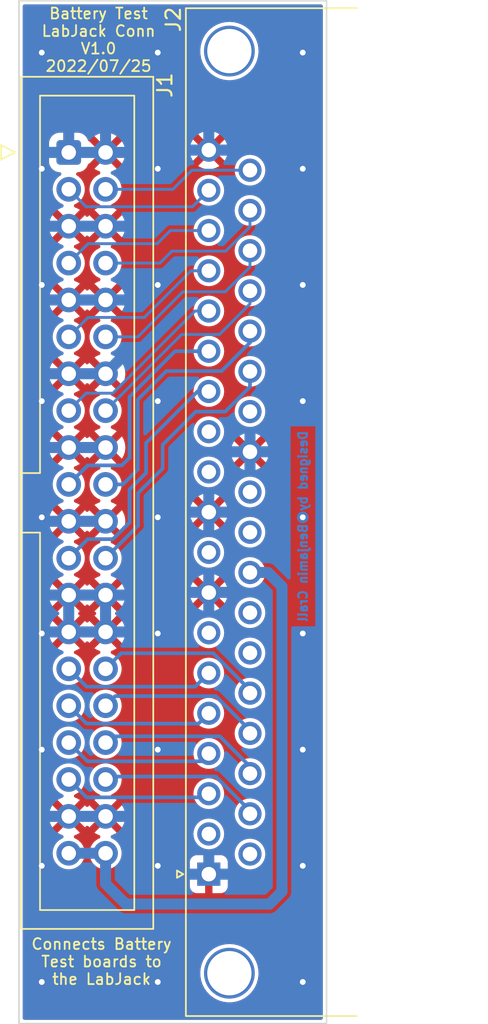
<source format=kicad_pcb>
(kicad_pcb (version 20211014) (generator pcbnew)
  (layers (0 "F.Cu" signal) (31 "B.Cu" signal) (34 "B.Paste" user) (35 "F.Paste" user) (36 "B.SilkS" user "B.Silkscreen") (37 "F.SilkS" user "F.Silkscreen") (38 "B.Mask" user) (39 "F.Mask" user) (44 "Edge.Cuts" user))
  (net 0 "")
  (net 1 "GND")
  (net 2 "batt_0-")
  (net 3 "batt_0+")
  (net 4 "batt_1-")
  (net 5 "batt_1+")
  (net 6 "batt_2-")
  (net 7 "batt_2+")
  (net 8 "batt_3-")
  (net 9 "batt_3+")
  (net 10 "batt_1t")
  (net 11 "batt_0t")
  (net 12 "batt_3t")
  (net 13 "batt_2t")
  (net 14 "bank_0m")
  (net 15 "bank_0c")
  (net 16 "bank_1m")
  (net 17 "bank_1c")
  (net 18 "bank_2m")
  (net 19 "bank_2c")
  (net 20 "bank_3m")
  (net 21 "bank_3c")
  (net 22 "+5V")
  (footprint "Connector_IDC:IDC-Header_2x20_P2.54mm_Vertical" (layer "F.Cu") (at 149.86 59.875)
    (fp_text reference "J1" (at 6.6294 -4.63 90) (layer "F.SilkS"))
    (fp_text value "connector")
    (fp_line (start -3.29 -5.21) (end 5.83 -5.21) (layer "F.SilkS") (width 0.12))
    (fp_line (start -4.68 0.5) (end -3.68 0) (layer "F.SilkS") (width 0.12))
    (fp_line (start 5.83 -5.21) (end 5.83 53.47) (layer "F.SilkS") (width 0.12))
    (fp_line (start -4.68 -0.5) (end -4.68 0.5) (layer "F.SilkS") (width 0.12))
    (fp_line (start -1.98 26.18) (end -1.98 26.18) (layer "F.SilkS") (width 0.12))
    (fp_line (start 4.52 52.17) (end -1.98 52.17) (layer "F.SilkS") (width 0.12))
    (fp_line (start 5.83 53.47) (end -3.29 53.47) (layer "F.SilkS") (width 0.12))
    (fp_line (start -3.29 22.08) (end -1.98 22.08) (layer "F.SilkS") (width 0.12))
    (fp_line (start -1.98 26.18) (end -3.29 26.18) (layer "F.SilkS") (width 0.12))
    (fp_line (start -3.68 0) (end -4.68 -0.5) (layer "F.SilkS") (width 0.12))
    (fp_line (start -1.98 52.17) (end -1.98 26.18) (layer "F.SilkS") (width 0.12))
    (fp_line (start -3.29 53.47) (end -3.29 -5.21) (layer "F.SilkS") (width 0.12))
    (fp_line (start -1.98 22.08) (end -1.98 -3.91) (layer "F.SilkS") (width 0.12))
    (fp_line (start 4.52 -3.91) (end 4.52 52.17) (layer "F.SilkS") (width 0.12))
    (fp_line (start -1.98 -3.91) (end 4.52 -3.91) (layer "F.SilkS") (width 0.12))
    (pad "1" thru_hole roundrect (at 0 0) (size 1.7 1.7) (drill 1) (layers *.Cu *.Mask) (roundrect_rratio 0.147059) (net 1 "GND"))
    (pad "2" thru_hole circle (at 2.54 0) (size 1.7 1.7) (drill 1) (layers *.Cu *.Mask) (net 1 "GND"))
    (pad "3" thru_hole circle (at 0 2.54) (size 1.7 1.7) (drill 1) (layers *.Cu *.Mask) (net 2 "batt_0-"))
    (pad "4" thru_hole circle (at 2.54 2.54) (size 1.7 1.7) (drill 1) (layers *.Cu *.Mask) (net 3 "batt_0+"))
    (pad "5" thru_hole circle (at 0 5.08) (size 1.7 1.7) (drill 1) (layers *.Cu *.Mask) (net 1 "GND"))
    (pad "6" thru_hole circle (at 2.54 5.08) (size 1.7 1.7) (drill 1) (layers *.Cu *.Mask) (net 1 "GND"))
    (pad "7" thru_hole circle (at 0 7.62) (size 1.7 1.7) (drill 1) (layers *.Cu *.Mask) (net 4 "batt_1-"))
    (pad "8" thru_hole circle (at 2.54 7.62) (size 1.7 1.7) (drill 1) (layers *.Cu *.Mask) (net 5 "batt_1+"))
    (pad "9" thru_hole circle (at 0 10.16) (size 1.7 1.7) (drill 1) (layers *.Cu *.Mask) (net 1 "GND"))
    (pad "10" thru_hole circle (at 2.54 10.16) (size 1.7 1.7) (drill 1) (layers *.Cu *.Mask) (net 1 "GND"))
    (pad "11" thru_hole circle (at 0 12.7) (size 1.7 1.7) (drill 1) (layers *.Cu *.Mask) (net 6 "batt_2-"))
    (pad "12" thru_hole circle (at 2.54 12.7) (size 1.7 1.7) (drill 1) (layers *.Cu *.Mask) (net 7 "batt_2+"))
    (pad "13" thru_hole circle (at 0 15.24) (size 1.7 1.7) (drill 1) (layers *.Cu *.Mask) (net 1 "GND"))
    (pad "14" thru_hole circle (at 2.54 15.24) (size 1.7 1.7) (drill 1) (layers *.Cu *.Mask) (net 1 "GND"))
    (pad "15" thru_hole circle (at 0 17.78) (size 1.7 1.7) (drill 1) (layers *.Cu *.Mask) (net 8 "batt_3-"))
    (pad "16" thru_hole circle (at 2.54 17.78) (size 1.7 1.7) (drill 1) (layers *.Cu *.Mask) (net 9 "batt_3+"))
    (pad "17" thru_hole circle (at 0 20.32) (size 1.7 1.7) (drill 1) (layers *.Cu *.Mask) (net 1 "GND"))
    (pad "18" thru_hole circle (at 2.54 20.32) (size 1.7 1.7) (drill 1) (layers *.Cu *.Mask) (net 1 "GND"))
    (pad "19" thru_hole circle (at 0 22.86) (size 1.7 1.7) (drill 1) (layers *.Cu *.Mask) (net 10 "batt_1t"))
    (pad "20" thru_hole circle (at 2.54 22.86) (size 1.7 1.7) (drill 1) (layers *.Cu *.Mask) (net 11 "batt_0t"))
    (pad "21" thru_hole circle (at 0 25.4) (size 1.7 1.7) (drill 1) (layers *.Cu *.Mask) (net 1 "GND"))
    (pad "22" thru_hole circle (at 2.54 25.4) (size 1.7 1.7) (drill 1) (layers *.Cu *.Mask) (net 1 "GND"))
    (pad "23" thru_hole circle (at 0 27.94) (size 1.7 1.7) (drill 1) (layers *.Cu *.Mask) (net 12 "batt_3t"))
    (pad "24" thru_hole circle (at 2.54 27.94) (size 1.7 1.7) (drill 1) (layers *.Cu *.Mask) (net 13 "batt_2t"))
    (pad "25" thru_hole circle (at 0 30.48) (size 1.7 1.7) (drill 1) (layers *.Cu *.Mask) (net 1 "GND"))
    (pad "26" thru_hole circle (at 2.54 30.48) (size 1.7 1.7) (drill 1) (layers *.Cu *.Mask) (net 1 "GND"))
    (pad "27" thru_hole circle (at 0 33.02) (size 1.7 1.7) (drill 1) (layers *.Cu *.Mask) (net 1 "GND"))
    (pad "28" thru_hole circle (at 2.54 33.02) (size 1.7 1.7) (drill 1) (layers *.Cu *.Mask) (net 1 "GND"))
    (pad "29" thru_hole circle (at 0 35.56) (size 1.7 1.7) (drill 1) (layers *.Cu *.Mask) (net 14 "bank_0m"))
    (pad "30" thru_hole circle (at 2.54 35.56) (size 1.7 1.7) (drill 1) (layers *.Cu *.Mask) (net 15 "bank_0c"))
    (pad "31" thru_hole circle (at 0 38.1) (size 1.7 1.7) (drill 1) (layers *.Cu *.Mask) (net 16 "bank_1m"))
    (pad "32" thru_hole circle (at 2.54 38.1) (size 1.7 1.7) (drill 1) (layers *.Cu *.Mask) (net 17 "bank_1c"))
    (pad "33" thru_hole circle (at 0 40.64) (size 1.7 1.7) (drill 1) (layers *.Cu *.Mask) (net 18 "bank_2m"))
    (pad "34" thru_hole circle (at 2.54 40.64) (size 1.7 1.7) (drill 1) (layers *.Cu *.Mask) (net 19 "bank_2c"))
    (pad "35" thru_hole circle (at 0 43.18) (size 1.7 1.7) (drill 1) (layers *.Cu *.Mask) (net 20 "bank_3m"))
    (pad "36" thru_hole circle (at 2.54 43.18) (size 1.7 1.7) (drill 1) (layers *.Cu *.Mask) (net 21 "bank_3c"))
    (pad "37" thru_hole circle (at 0 45.72) (size 1.7 1.7) (drill 1) (layers *.Cu *.Mask) (net 1 "GND"))
    (pad "38" thru_hole circle (at 2.54 45.72) (size 1.7 1.7) (drill 1) (layers *.Cu *.Mask) (net 1 "GND"))
    (pad "39" thru_hole circle (at 0 48.26) (size 1.7 1.7) (drill 1) (layers *.Cu *.Mask) (net 22 "+5V"))
    (pad "40" thru_hole circle (at 2.54 48.26) (size 1.7 1.7) (drill 1) (layers *.Cu *.Mask) (net 22 "+5V"))
  )
  (footprint "Connector_Dsub:DSUB-37_Male_Horizontal_P2.77x2.84mm_EdgePinOffset9.40mm" (layer "F.Cu") (at 159.519671 109.57499 90)
    (fp_text reference "J2" (at 58.85119 -2.446071 270) (layer "F.SilkS"))
    (fp_text value "DB37_Male")
    (fp_line (start 59.63 -1.58) (end 59.63 10.22) (layer "F.SilkS") (width 0.12))
    (fp_line (start -9.77 -1.58) (end -9.77 10.22) (layer "F.SilkS") (width 0.12))
    (fp_line (start -9.77 -1.58) (end 59.63 -1.58) (layer "F.SilkS") (width 0.12))
    (fp_line (start 0.25 -2.193013) (end 0 -1.76) (layer "F.SilkS") (width 0.12))
    (fp_line (start 0 -1.76) (end -0.25 -2.193013) (layer "F.SilkS") (width 0.12))
    (fp_line (start -0.25 -2.193013) (end 0.25 -2.193013) (layer "F.SilkS") (width 0.12))
    (pad "1" thru_hole rect (at 0 0 90) (size 1.6 1.6) (drill 1) (layers *.Cu *.Mask) (net 1 "GND"))
    (pad "2" thru_hole circle (at 2.77 0 90) (size 1.6 1.6) (drill 1) (layers *.Cu *.Mask))
    (pad "3" thru_hole circle (at 5.54 0 90) (size 1.6 1.6) (drill 1) (layers *.Cu *.Mask) (net 20 "bank_3m"))
    (pad "4" thru_hole circle (at 8.31 0 90) (size 1.6 1.6) (drill 1) (layers *.Cu *.Mask) (net 18 "bank_2m"))
    (pad "5" thru_hole circle (at 11.08 0 90) (size 1.6 1.6) (drill 1) (layers *.Cu *.Mask) (net 16 "bank_1m"))
    (pad "6" thru_hole circle (at 13.85 0 90) (size 1.6 1.6) (drill 1) (layers *.Cu *.Mask) (net 14 "bank_0m"))
    (pad "7" thru_hole circle (at 16.62 0 90) (size 1.6 1.6) (drill 1) (layers *.Cu *.Mask))
    (pad "8" thru_hole circle (at 19.39 0 90) (size 1.6 1.6) (drill 1) (layers *.Cu *.Mask) (net 1 "GND"))
    (pad "9" thru_hole circle (at 22.16 0 90) (size 1.6 1.6) (drill 1) (layers *.Cu *.Mask))
    (pad "10" thru_hole circle (at 24.93 0 90) (size 1.6 1.6) (drill 1) (layers *.Cu *.Mask) (net 1 "GND"))
    (pad "11" thru_hole circle (at 27.7 0 90) (size 1.6 1.6) (drill 1) (layers *.Cu *.Mask))
    (pad "12" thru_hole circle (at 30.47 0 90) (size 1.6 1.6) (drill 1) (layers *.Cu *.Mask))
    (pad "13" thru_hole circle (at 33.24 0 90) (size 1.6 1.6) (drill 1) (layers *.Cu *.Mask) (net 12 "batt_3t"))
    (pad "14" thru_hole circle (at 36.01 0 90) (size 1.6 1.6) (drill 1) (layers *.Cu *.Mask) (net 10 "batt_1t"))
    (pad "15" thru_hole circle (at 38.78 0 90) (size 1.6 1.6) (drill 1) (layers *.Cu *.Mask) (net 8 "batt_3-"))
    (pad "16" thru_hole circle (at 41.55 0 90) (size 1.6 1.6) (drill 1) (layers *.Cu *.Mask) (net 6 "batt_2-"))
    (pad "17" thru_hole circle (at 44.32 0 90) (size 1.6 1.6) (drill 1) (layers *.Cu *.Mask) (net 4 "batt_1-"))
    (pad "18" thru_hole circle (at 47.09 0 90) (size 1.6 1.6) (drill 1) (layers *.Cu *.Mask) (net 2 "batt_0-"))
    (pad "19" thru_hole circle (at 49.86 0 90) (size 1.6 1.6) (drill 1) (layers *.Cu *.Mask) (net 1 "GND"))
    (pad "20" thru_hole circle (at 1.385 2.84 90) (size 1.6 1.6) (drill 1) (layers *.Cu *.Mask))
    (pad "21" thru_hole circle (at 4.155 2.84 90) (size 1.6 1.6) (drill 1) (layers *.Cu *.Mask) (net 21 "bank_3c"))
    (pad "22" thru_hole circle (at 6.925 2.84 90) (size 1.6 1.6) (drill 1) (layers *.Cu *.Mask) (net 19 "bank_2c"))
    (pad "23" thru_hole circle (at 9.695 2.84 90) (size 1.6 1.6) (drill 1) (layers *.Cu *.Mask) (net 17 "bank_1c"))
    (pad "24" thru_hole circle (at 12.465 2.84 90) (size 1.6 1.6) (drill 1) (layers *.Cu *.Mask) (net 15 "bank_0c"))
    (pad "25" thru_hole circle (at 15.235 2.84 90) (size 1.6 1.6) (drill 1) (layers *.Cu *.Mask))
    (pad "26" thru_hole circle (at 18.005 2.84 90) (size 1.6 1.6) (drill 1) (layers *.Cu *.Mask))
    (pad "27" thru_hole circle (at 20.775 2.84 90) (size 1.6 1.6) (drill 1) (layers *.Cu *.Mask) (net 22 "+5V"))
    (pad "28" thru_hole circle (at 23.545 2.84 90) (size 1.6 1.6) (drill 1) (layers *.Cu *.Mask))
    (pad "29" thru_hole circle (at 26.315 2.84 90) (size 1.6 1.6) (drill 1) (layers *.Cu *.Mask))
    (pad "30" thru_hole circle (at 29.085 2.84 90) (size 1.6 1.6) (drill 1) (layers *.Cu *.Mask) (net 1 "GND"))
    (pad "31" thru_hole circle (at 31.855 2.84 90) (size 1.6 1.6) (drill 1) (layers *.Cu *.Mask))
    (pad "32" thru_hole circle (at 34.625 2.84 90) (size 1.6 1.6) (drill 1) (layers *.Cu *.Mask) (net 13 "batt_2t"))
    (pad "33" thru_hole circle (at 37.395 2.84 90) (size 1.6 1.6) (drill 1) (layers *.Cu *.Mask) (net 11 "batt_0t"))
    (pad "34" thru_hole circle (at 40.165 2.84 90) (size 1.6 1.6) (drill 1) (layers *.Cu *.Mask) (net 9 "batt_3+"))
    (pad "35" thru_hole circle (at 42.935 2.84 90) (size 1.6 1.6) (drill 1) (layers *.Cu *.Mask) (net 7 "batt_2+"))
    (pad "36" thru_hole circle (at 45.705 2.84 90) (size 1.6 1.6) (drill 1) (layers *.Cu *.Mask) (net 5 "batt_1+"))
    (pad "37" thru_hole circle (at 48.475 2.84 90) (size 1.6 1.6) (drill 1) (layers *.Cu *.Mask) (net 3 "batt_0+"))
    (pad "mnt" thru_hole circle (at -6.82 1.42 90) (size 3.5 3.5) (drill 3.05) (layers *.Cu *.Mask))
    (pad "mnt" thru_hole circle (at 56.68 1.42 90) (size 3.5 3.5) (drill 3.05) (layers *.Cu *.Mask))
  )
  (gr_rect (start 167.64 119.8626) (end 146.431 49.4284) (layer "Edge.Cuts") (width 0.1) (fill none))
  (gr_text "Designed by  Benjamin Crall" (at 166.0144 85.6234 90) (layer "B.Cu") (effects (font (size 0.6 0.6)) (justify mirror)))
  (gr_text "Connects Battery\nTest boards to\nthe LabJack" (at 152.1206 115.5954) (layer "F.SilkS") (effects (font (size 0.75 0.75) (thickness 0.125))))
  (gr_text "Battery Test\nLabJack Conn\nV1.0\n2022/07/25" (at 151.9174 52.1208) (layer "F.SilkS") (effects (font (size 0.75 0.75) (thickness 0.125))))
  (via (at 166 69) (size 0.8) (drill 0.4) (layers "F.Cu" "B.Cu") (net 1))
  (via (at 156 77) (size 0.8) (drill 0.4) (layers "F.Cu" "B.Cu") (net 1))
  (via (at 148 93) (size 0.8) (drill 0.4) (layers "F.Cu" "B.Cu") (net 1))
  (via (at 156 117) (size 0.8) (drill 0.4) (layers "F.Cu" "B.Cu") (net 1))
  (via (at 148 101) (size 0.8) (drill 0.4) (layers "F.Cu" "B.Cu") (net 1))
  (via (at 156 101) (size 0.8) (drill 0.4) (layers "F.Cu" "B.Cu") (net 1))
  (via (at 156 69) (size 0.8) (drill 0.4) (layers "F.Cu" "B.Cu") (net 1))
  (via (at 166 77) (size 0.8) (drill 0.4) (layers "F.Cu" "B.Cu") (net 1))
  (via (at 166 61) (size 0.8) (drill 0.4) (layers "F.Cu" "B.Cu") (net 1))
  (via (at 148 85) (size 0.8) (drill 0.4) (layers "F.Cu" "B.Cu") (net 1))
  (via (at 166 93) (size 0.8) (drill 0.4) (layers "F.Cu" "B.Cu") (net 1))
  (via (at 166 117) (size 0.8) (drill 0.4) (layers "F.Cu" "B.Cu") (net 1))
  (via (at 166 109) (size 0.8) (drill 0.4) (layers "F.Cu" "B.Cu") (net 1))
  (via (at 156 61) (size 0.8) (drill 0.4) (layers "F.Cu" "B.Cu") (net 1))
  (via (at 166 53) (size 0.8) (drill 0.4) (layers "F.Cu" "B.Cu") (net 1))
  (via (at 166 101) (size 0.8) (drill 0.4) (layers "F.Cu" "B.Cu") (net 1))
  (via (at 156 93) (size 0.8) (drill 0.4) (layers "F.Cu" "B.Cu") (net 1))
  (via (at 156 53) (size 0.8) (drill 0.4) (layers "F.Cu" "B.Cu") (net 1))
  (via (at 166 85) (size 0.8) (drill 0.4) (layers "F.Cu" "B.Cu") (net 1))
  (via (at 148 69) (size 0.8) (drill 0.4) (layers "F.Cu" "B.Cu") (net 1))
  (via (at 156 109) (size 0.8) (drill 0.4) (layers "F.Cu" "B.Cu") (net 1))
  (via (at 148 61) (size 0.8) (drill 0.4) (layers "F.Cu" "B.Cu") (net 1))
  (via (at 148 77) (size 0.8) (drill 0.4) (layers "F.Cu" "B.Cu") (net 1))
  (via (at 148 117) (size 0.8) (drill 0.4) (layers "F.Cu" "B.Cu") (net 1))
  (via (at 148 53) (size 0.8) (drill 0.4) (layers "F.Cu" "B.Cu") (net 1))
  (via (at 148 109) (size 0.8) (drill 0.4) (layers "F.Cu" "B.Cu") (net 1))
  (via (at 156 85) (size 0.8) (drill 0.4) (layers "F.Cu" "B.Cu") (net 1))
  (segment (start 149.86 90.355) (end 154.501 90.355) (width 0.762) (layer "B.Cu") (net 1))
  (segment (start 159.519669 84.645) (end 160.846 84.645) (width 0.762) (layer "B.Cu") (net 1))
  (segment (start 162.359669 80.49) (end 162.359669 79.20818) (width 0.762) (layer "B.Cu") (net 1))
  (segment (start 149.86 90.355) (end 147.378 90.355) (width 0.762) (layer "B.Cu") (net 1))
  (segment (start 159.519669 84.645) (end 159.519669 85.844331) (width 0.762) (layer "B.Cu") (net 1))
  (segment (start 159.519669 59.715) (end 161.138 59.715) (width 0.762) (layer "B.Cu") (net 1))
  (segment (start 159.519669 90.185) (end 159.519669 91.432331) (width 0.762) (layer "B.Cu") (net 1))
  (segment (start 149.86 70.035) (end 148.267 70.035) (width 0.762) (layer "B.Cu") (net 1))
  (segment (start 149.86 105.595) (end 147.897 105.595) (width 0.762) (layer "B.Cu") (net 1))
  (segment (start 149.86 59.875) (end 149.86 58.166) (width 0.762) (layer "B.Cu") (net 1))
  (segment (start 149.86 64.955) (end 147.897 64.955) (width 0.762) (layer "B.Cu") (net 1))
  (segment (start 149.86 59.875) (end 148.14 59.875) (width 0.762) (layer "B.Cu") (net 1))
  (segment (start 152.4 80.195) (end 147.77 80.195) (width 0.762) (layer "B.Cu") (net 1))
  (segment (start 152.4 92.895) (end 152.4 90.355) (width 0.762) (layer "B.Cu") (net 1))
  (segment (start 158.264669 90.17) (end 159.512 90.17) (width 0.762) (layer "B.Cu") (net 1))
  (segment (start 149.86 59.875) (end 152.4 59.875) (width 0.762) (layer "B.Cu") (net 1))
  (segment (start 149.86 92.895) (end 149.86 90.355) (width 0.762) (layer "B.Cu") (net 1))
  (segment (start 159.519669 84.645) (end 159.519669 83.319669) (width 0.762) (layer "B.Cu") (net 1))
  (segment (start 149.86 64.955) (end 154.755 64.955) (width 0.762) (layer "B.Cu") (net 1))
  (segment (start 149.86 92.895) (end 147.897 92.895) (width 0.762) (layer "B.Cu") (net 1))
  (segment (start 152.4 85.275) (end 148.013 85.275) (width 0.762) (layer "B.Cu") (net 1))
  (segment (start 152.4 59.875) (end 154.374 59.875) (width 0.762) (layer "B.Cu") (net 1))
  (segment (start 159.519669 59.715) (end 157.759 59.715) (width 0.762) (layer "B.Cu") (net 1))
  (segment (start 159.519669 59.715) (end 159.519669 57.919669) (width 0.762) (layer "B.Cu") (net 1))
  (segment (start 162.359669 80.49) (end 163.985 80.49) (width 0.762) (layer "B.Cu") (net 1))
  (segment (start 149.86 105.595) (end 154.628 105.595) (width 0.762) (layer "B.Cu") (net 1))
  (segment (start 162.359669 80.49) (end 162.359669 81.734331) (width 0.762) (layer "B.Cu") (net 1))
  (segment (start 162.359669 80.49) (end 160.683 80.49) (width 0.762) (layer "B.Cu") (net 1))
  (segment (start 159.519671 109.57499) (end 159.519671 108.2548) (width 0.762) (layer "B.Cu") (net 1))
  (segment (start 152.4 59.875) (end 152.4 58.166) (width 0.762) (layer "B.Cu") (net 1))
  (segment (start 160.759331 90.17) (end 159.512 90.17) (width 0.762) (layer "B.Cu") (net 1))
  (segment (start 159.519669 90.185) (end 159.519669 88.907669) (width 0.762) (layer "B.Cu") (net 1))
  (segment (start 152.4 75.115) (end 153.728 73.787) (width 0.762) (layer "B.Cu") (net 1))
  (segment (start 159.519669 84.645) (end 157.924 84.645) (width 0.762) (layer "B.Cu") (net 1))
  (segment (start 159.519669 109.575) (end 161.264 109.575) (width 0.762) (layer "B.Cu") (net 1))
  (segment (start 159.519669 109.575) (end 157.835 109.575) (width 0.762) (layer "B.Cu") (net 1))
  (segment (start 152.4 75.115) (end 148.013 75.115) (width 0.762) (layer "B.Cu") (net 1))
  (segment (start 149.86 92.895) (end 154.755 92.895) (width 0.762) (layer "B.Cu") (net 1))
  (segment (start 149.86 70.035) (end 154.12 70.035) (width 0.762) (layer "B.Cu") (net 1))
  (segment (start 149.86 62.415) (end 151.059511 63.614511) (width 0.2) (layer "B.Cu") (net 2))
  (segment (start 158.390158 63.614511) (end 159.519669 62.485) (width 0.2) (layer "B.Cu") (net 2))
  (segment (start 151.059511 63.614511) (end 158.390158 63.614511) (width 0.2) (layer "B.Cu") (net 2))
  (segment (start 158.356 61.1) (end 157.041 62.415) (width 0.2) (layer "B.Cu") (net 3))
  (segment (start 157.041 62.415) (end 152.4 62.415) (width 0.2) (layer "B.Cu") (net 3))
  (segment (start 158.356 61.1) (end 162.359669 61.1) (width 0.2) (layer "B.Cu") (net 3))
  (segment (start 156.868 65.255) (end 159.519669 65.255) (width 0.2) (layer "B.Cu") (net 4))
  (segment (start 149.86 67.495) (end 151.196489 66.158511) (width 0.2) (layer "B.Cu") (net 4))
  (segment (start 151.196489 66.158511) (end 155.964489 66.158511) (width 0.2) (layer "B.Cu") (net 4))
  (segment (start 155.964489 66.158511) (end 156.868 65.255) (width 0.2) (layer "B.Cu") (net 4))
  (segment (start 152.4 67.495) (end 156.152 67.495) (width 0.2) (layer "B.Cu") (net 5))
  (segment (start 156.152 67.495) (end 156.972 66.675) (width 0.2) (layer "B.Cu") (net 5))
  (segment (start 162.359669 65.00137) (end 162.359669 63.87) (width 0.2) (layer "B.Cu") (net 5))
  (segment (start 156.972 66.675) (end 160.686039 66.675) (width 0.2) (layer "B.Cu") (net 5))
  (segment (start 160.686039 66.675) (end 162.359669 65.00137) (width 0.2) (layer "B.Cu") (net 5))
  (segment (start 149.86 72.575) (end 151.196489 71.238511) (width 0.2) (layer "B.Cu") (net 6))
  (segment (start 151.196489 71.238511) (end 155.075489 71.238511) (width 0.2) (layer "B.Cu") (net 6))
  (segment (start 158.289 68.025) (end 159.519669 68.025) (width 0.2) (layer "B.Cu") (net 6))
  (segment (start 155.075489 71.238511) (end 158.289 68.025) (width 0.2) (layer "B.Cu") (net 6))
  (segment (start 154.628 72.575) (end 157.734 69.469) (width 0.2) (layer "B.Cu") (net 7))
  (segment (start 160.662039 69.469) (end 162.359669 67.77137) (width 0.2) (layer "B.Cu") (net 7))
  (segment (start 162.359669 67.77137) (end 162.359669 66.64) (width 0.2) (layer "B.Cu") (net 7))
  (segment (start 152.4 72.575) (end 154.628 72.575) (width 0.2) (layer "B.Cu") (net 7))
  (segment (start 157.734 69.469) (end 160.662039 69.469) (width 0.2) (layer "B.Cu") (net 7))
  (segment (start 151.059511 76.455489) (end 152.906511 76.455489) (width 0.2) (layer "B.Cu") (net 8))
  (segment (start 158.567 70.795) (end 159.519669 70.795) (width 0.2) (layer "B.Cu") (net 8))
  (segment (start 149.86 77.655) (end 151.059511 76.455489) (width 0.2) (layer "B.Cu") (net 8))
  (segment (start 152.906511 76.455489) (end 158.567 70.795) (width 0.2) (layer "B.Cu") (net 8))
  (segment (start 157.643511 72.411489) (end 160.252511 72.411489) (width 0.2) (layer "B.Cu") (net 9))
  (segment (start 162.359669 70.304331) (end 162.359669 69.41) (width 0.2) (layer "B.Cu") (net 9))
  (segment (start 160.252511 72.411489) (end 162.359669 70.304331) (width 0.2) (layer "B.Cu") (net 9))
  (segment (start 152.4 77.655) (end 157.643511 72.411489) (width 0.2) (layer "B.Cu") (net 9))
  (segment (start 153.524489 81.425511) (end 154.051 80.899) (width 0.254) (layer "B.Cu") (net 10))
  (segment (start 154.051 76.708) (end 157.194 73.565) (width 0.254) (layer "B.Cu") (net 10))
  (segment (start 151.169489 81.425511) (end 153.524489 81.425511) (width 0.254) (layer "B.Cu") (net 10))
  (segment (start 154.051 80.899) (end 154.051 76.708) (width 0.254) (layer "B.Cu") (net 10))
  (segment (start 157.194 73.565) (end 159.519669 73.565) (width 0.254) (layer "B.Cu") (net 10))
  (segment (start 149.86 82.735) (end 151.169489 81.425511) (width 0.254) (layer "B.Cu") (net 10))
  (segment (start 160.401 74.93) (end 162.359669 72.971331) (width 0.254) (layer "B.Cu") (net 11))
  (segment (start 162.359669 72.971331) (end 162.359669 72.18) (width 0.254) (layer "B.Cu") (net 11))
  (segment (start 156.591 74.93) (end 160.401 74.93) (width 0.254) (layer "B.Cu") (net 11))
  (segment (start 154.617541 76.903459) (end 156.591 74.93) (width 0.254) (layer "B.Cu") (net 11))
  (segment (start 152.4 82.735) (end 153.602081 82.735) (width 0.254) (layer "B.Cu") (net 11))
  (segment (start 154.617541 81.719541) (end 154.617541 76.903459) (width 0.254) (layer "B.Cu") (net 11))
  (segment (start 153.602081 82.735) (end 154.617541 81.719541) (width 0.254) (layer "B.Cu") (net 11))
  (segment (start 152.909695 86.505511) (end 154.061103 85.354103) (width 0.254) (layer "B.Cu") (net 12))
  (segment (start 158.742 76.335) (end 159.519669 76.335) (width 0.254) (layer "B.Cu") (net 12))
  (segment (start 154.051 85.344) (end 154.051 83.0834) (width 0.254) (layer "B.Cu") (net 12))
  (segment (start 151.169489 86.505511) (end 152.909695 86.505511) (width 0.254) (layer "B.Cu") (net 12))
  (segment (start 155.194 79.883) (end 158.742 76.335) (width 0.254) (layer "B.Cu") (net 12))
  (segment (start 155.194 81.9404) (end 155.194 79.883) (width 0.254) (layer "B.Cu") (net 12))
  (segment (start 149.86 87.815) (end 151.169489 86.505511) (width 0.254) (layer "B.Cu") (net 12))
  (segment (start 154.061103 85.354103) (end 154.051 85.344) (width 0.254) (layer "B.Cu") (net 12))
  (segment (start 154.051 83.0834) (end 155.194 81.9404) (width 0.254) (layer "B.Cu") (net 12))
  (segment (start 154.6352 83.3374) (end 156.337 81.6356) (width 0.254) (layer "B.Cu") (net 13))
  (segment (start 154.6352 85.5218) (end 154.6352 83.3374) (width 0.254) (layer "B.Cu") (net 13))
  (segment (start 162.359669 76.019331) (end 162.359669 74.95) (width 0.254) (layer "B.Cu") (net 13))
  (segment (start 152.4 87.815) (end 154.6642 85.5508) (width 0.254) (layer "B.Cu") (net 13))
  (segment (start 156.337 80.01) (end 158.623 77.724) (width 0.254) (layer "B.Cu") (net 13))
  (segment (start 158.623 77.724) (end 160.655 77.724) (width 0.254) (layer "B.Cu") (net 13))
  (segment (start 160.655 77.724) (end 162.359669 76.019331) (width 0.254) (layer "B.Cu") (net 13))
  (segment (start 156.337 81.6356) (end 156.337 80.01) (width 0.254) (layer "B.Cu") (net 13))
  (segment (start 158.579158 96.665511) (end 159.519669 95.725) (width 0.254) (layer "B.Cu") (net 14))
  (segment (start 151.090511 96.665511) (end 158.579158 96.665511) (width 0.254) (layer "B.Cu") (net 14))
  (segment (start 149.86 95.435) (end 151.090511 96.665511) (width 0.254) (layer "B.Cu") (net 14))
  (segment (start 153.474 94.361) (end 159.825165 94.361) (width 0.254) (layer "B.Cu") (net 15))
  (segment (start 159.825165 94.361) (end 162.359669 96.895504) (width 0.254) (layer "B.Cu") (net 15))
  (segment (start 162.359669 96.895504) (end 162.359669 97.11) (width 0.254) (layer "B.Cu") (net 15))
  (segment (start 152.4 95.435) (end 153.474 94.361) (width 0.254) (layer "B.Cu") (net 15))
  (segment (start 151.090511 99.205511) (end 158.809158 99.205511) (width 0.254) (layer "B.Cu") (net 16))
  (segment (start 149.86 97.975) (end 151.090511 99.205511) (width 0.254) (layer "B.Cu") (net 16))
  (segment (start 158.809158 99.205511) (end 159.519669 98.495) (width 0.254) (layer "B.Cu") (net 16))
  (segment (start 162.359669 99.665504) (end 162.359669 99.88) (width 0.254) (layer "B.Cu") (net 17))
  (segment (start 160.008654 97.314489) (end 162.359669 99.665504) (width 0.254) (layer "B.Cu") (net 17))
  (segment (start 153.060511 97.314489) (end 160.008654 97.314489) (width 0.254) (layer "B.Cu") (net 17))
  (segment (start 152.4 97.975) (end 153.060511 97.314489) (width 0.254) (layer "B.Cu") (net 17))
  (segment (start 149.86 100.515) (end 151.1482 101.8032) (width 0.254) (layer "B.Cu") (net 18))
  (segment (start 158.981469 101.8032) (end 159.519669 101.265) (width 0.254) (layer "B.Cu") (net 18))
  (segment (start 151.1482 101.8032) (end 158.981469 101.8032) (width 0.254) (layer "B.Cu") (net 18))
  (segment (start 152.4 100.515) (end 152.830511 100.084489) (width 0.254) (layer "B.Cu") (net 19))
  (segment (start 162.359669 102.161669) (end 162.359669 102.65) (width 0.254) (layer "B.Cu") (net 19))
  (segment (start 160.282489 100.084489) (end 162.359669 102.161669) (width 0.254) (layer "B.Cu") (net 19))
  (segment (start 152.830511 100.084489) (end 160.282489 100.084489) (width 0.254) (layer "B.Cu") (net 19))
  (segment (start 151.090511 104.285511) (end 159.269158 104.285511) (width 0.254) (layer "B.Cu") (net 20))
  (segment (start 149.86 103.055) (end 151.090511 104.285511) (width 0.254) (layer "B.Cu") (net 20))
  (segment (start 159.269158 104.285511) (end 159.519669 104.035) (width 0.254) (layer "B.Cu") (net 20))
  (segment (start 160.008654 102.854489) (end 162.359669 105.205504) (width 0.254) (layer "B.Cu") (net 21))
  (segment (start 152.600511 102.854489) (end 160.008654 102.854489) (width 0.254) (layer "B.Cu") (net 21))
  (segment (start 152.4 103.055) (end 152.600511 102.854489) (width 0.254) (layer "B.Cu") (net 21))
  (segment (start 162.359669 105.205504) (end 162.359669 105.42) (width 0.254) (layer "B.Cu") (net 21))
  (segment (start 162.359669 88.8) (end 163.603 88.8) (width 0.762) (layer "B.Cu") (net 22))
  (segment (start 152.4 110.236) (end 152.4 108.135) (width 0.762) (layer "B.Cu") (net 22))
  (segment (start 163.603 88.8) (end 164.5666 89.7636) (width 0.762) (layer "B.Cu") (net 22))
  (segment (start 164.5666 89.7636) (end 164.5666 110.7694) (width 0.762) (layer "B.Cu") (net 22))
  (segment (start 164.5666 110.7694) (end 163.703 111.633) (width 0.762) (layer "B.Cu") (net 22))
  (segment (start 163.703 111.633) (end 153.797 111.633) (width 0.762) (layer "B.Cu") (net 22))
  (segment (start 152.4 108.135) (end 149.86 108.135) (width 0.762) (layer "B.Cu") (net 22))
  (segment (start 153.797 111.633) (end 152.4 110.236) (width 0.762) (layer "B.Cu") (net 22))
  (zone (net 1) (net_name "GND") (layer "F.Cu") (connect_pads (clearance 0.254)) (min_thickness 0.254) (fill yes (thermal_gap 0.508) (thermal_bridge_width 0.508) (island_removal_mode 1) (island_area_min 0))
    (polygon (pts (xy 167.64 119.8626) (xy 146.431 119.8626) (xy 146.431 49.4792) (xy 167.64 49.4792)))
  )
  (zone (net 1) (net_name "GND") (layer "B.Cu") (connect_pads no (clearance 0.254)) (min_thickness 0.254) (fill yes (thermal_gap 0.508) (thermal_bridge_width 0.508))
    (polygon (pts (xy 167.64 119.8626) (xy 146.431 119.8626) (xy 146.431 49.4538) (xy 167.64 49.4538)))
  )
)
</source>
